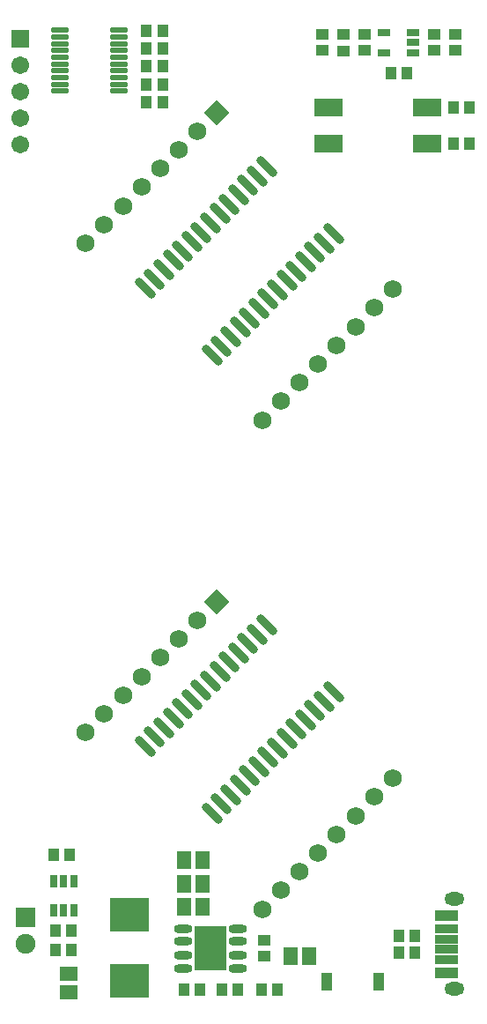
<source format=gbs>
G04*
G04 #@! TF.GenerationSoftware,Altium Limited,Altium Designer,21.6.1 (37)*
G04*
G04 Layer_Color=16711935*
%FSLAX25Y25*%
%MOIN*%
G70*
G04*
G04 #@! TF.SameCoordinates,C0504D16-1B66-4A67-A265-E874579EAF83*
G04*
G04*
G04 #@! TF.FilePolarity,Negative*
G04*
G01*
G75*
%ADD12C,0.06706*%
%ADD13R,0.06706X0.06706*%
%ADD14C,0.06800*%
%ADD15P,0.09617X4X90.0*%
%ADD16R,0.07493X0.07493*%
%ADD17C,0.07493*%
%ADD18O,0.07493X0.05131*%
%ADD50R,0.10642X0.06706*%
%ADD51R,0.04461X0.04658*%
%ADD52R,0.05367X0.06587*%
%ADD53R,0.04658X0.04461*%
%ADD54R,0.04343X0.07099*%
%ADD55O,0.06706X0.02178*%
%ADD56R,0.05131X0.03162*%
%ADD57R,0.06587X0.05367*%
%ADD58R,0.03162X0.05131*%
%ADD59R,0.14580X0.12611*%
%ADD60O,0.07099X0.03162*%
%ADD61R,0.12217X0.16548*%
%ADD62R,0.08674X0.03950*%
%ADD63R,0.08674X0.03792*%
%ADD64R,0.08674X0.03556*%
G04:AMPARAMS|DCode=65|XSize=31.62mil|YSize=98.55mil|CornerRadius=0mil|HoleSize=0mil|Usage=FLASHONLY|Rotation=45.000|XOffset=0mil|YOffset=0mil|HoleType=Round|Shape=Round|*
%AMOVALD65*
21,1,0.06693,0.03162,0.00000,0.00000,135.0*
1,1,0.03162,0.02366,-0.02366*
1,1,0.03162,-0.02366,0.02366*
%
%ADD65OVALD65*%

D12*
X-82800Y138600D02*
D03*
Y148600D02*
D03*
Y158600D02*
D03*
Y168600D02*
D03*
D13*
Y178600D02*
D03*
D14*
X58155Y-101178D02*
D03*
X51084Y-108249D02*
D03*
X44013Y-115320D02*
D03*
X36942Y-122391D02*
D03*
X29871Y-129462D02*
D03*
X22800Y-136533D02*
D03*
X15729Y-143604D02*
D03*
X8658Y-150675D02*
D03*
X-58155Y-83862D02*
D03*
X-51084Y-76791D02*
D03*
X-44013Y-69720D02*
D03*
X-36942Y-62649D02*
D03*
X-29871Y-55577D02*
D03*
X-22800Y-48507D02*
D03*
X-15729Y-41435D02*
D03*
X58155Y83862D02*
D03*
X51084Y76791D02*
D03*
X44013Y69720D02*
D03*
X36942Y62649D02*
D03*
X29871Y55577D02*
D03*
X22800Y48507D02*
D03*
X15729Y41435D02*
D03*
X8658Y34364D02*
D03*
X-58155Y101178D02*
D03*
X-51084Y108249D02*
D03*
X-44013Y115320D02*
D03*
X-36942Y122391D02*
D03*
X-29871Y129462D02*
D03*
X-22800Y136533D02*
D03*
X-15729Y143604D02*
D03*
D15*
X-8658Y-34364D02*
D03*
Y150675D02*
D03*
D16*
X-80746Y-153748D02*
D03*
D17*
Y-163748D02*
D03*
D18*
X81447Y-146923D02*
D03*
Y-180939D02*
D03*
D50*
X71224Y138879D02*
D03*
X33822D02*
D03*
X71224Y152658D02*
D03*
X33822D02*
D03*
D51*
X81169Y152658D02*
D03*
X87231D02*
D03*
X81169Y138879D02*
D03*
X87231D02*
D03*
X8369Y-181200D02*
D03*
X14432D02*
D03*
X-35078Y154475D02*
D03*
X-29015D02*
D03*
X-35078Y174894D02*
D03*
X-29015D02*
D03*
X-35078Y161282D02*
D03*
X-29015D02*
D03*
X-35078Y168088D02*
D03*
X-29015D02*
D03*
X-35078Y181700D02*
D03*
X-29015D02*
D03*
X57360Y165542D02*
D03*
X63423D02*
D03*
X-69480Y-158748D02*
D03*
X-63417D02*
D03*
X-69480Y-166045D02*
D03*
X-63417D02*
D03*
X-70189Y-130200D02*
D03*
X-64126D02*
D03*
X-14965Y-181024D02*
D03*
X-21028D02*
D03*
X-6528D02*
D03*
X-465D02*
D03*
X60469Y-167135D02*
D03*
X66531D02*
D03*
X60469Y-160800D02*
D03*
X66531D02*
D03*
D52*
X26304Y-168478D02*
D03*
X19296D02*
D03*
X-13996Y-132200D02*
D03*
X-21004D02*
D03*
X-13996Y-140984D02*
D03*
X-21004D02*
D03*
X-13996Y-149767D02*
D03*
X-21004D02*
D03*
D53*
X9533Y-162415D02*
D03*
Y-168478D02*
D03*
X39541Y174044D02*
D03*
Y180107D02*
D03*
X31300Y180120D02*
D03*
Y174057D02*
D03*
X81891Y180120D02*
D03*
Y174057D02*
D03*
X47469Y180120D02*
D03*
Y174057D02*
D03*
X73907Y180120D02*
D03*
Y174057D02*
D03*
D54*
X52908Y-178088D02*
D03*
X33223D02*
D03*
D55*
X-67902Y158794D02*
D03*
Y161353D02*
D03*
Y163912D02*
D03*
Y166471D02*
D03*
Y169030D02*
D03*
Y171589D02*
D03*
Y174148D02*
D03*
Y176707D02*
D03*
Y179266D02*
D03*
Y181825D02*
D03*
X-45461Y158794D02*
D03*
Y161353D02*
D03*
Y163912D02*
D03*
Y166471D02*
D03*
Y169030D02*
D03*
Y171589D02*
D03*
Y174148D02*
D03*
Y176707D02*
D03*
Y179266D02*
D03*
Y181825D02*
D03*
D56*
X54880Y180829D02*
D03*
Y173348D02*
D03*
X65903D02*
D03*
Y177089D02*
D03*
Y180829D02*
D03*
D57*
X-64700Y-182204D02*
D03*
Y-175196D02*
D03*
D58*
X-70189Y-151057D02*
D03*
X-66448Y-151057D02*
D03*
X-62708D02*
D03*
Y-140033D02*
D03*
X-66448D02*
D03*
X-70189D02*
D03*
D59*
X-41497Y-177721D02*
D03*
Y-152721D02*
D03*
D60*
X-21135Y-172947D02*
D03*
Y-167947D02*
D03*
Y-162946D02*
D03*
Y-157947D02*
D03*
X-663Y-172947D02*
D03*
Y-167947D02*
D03*
Y-162946D02*
D03*
Y-157947D02*
D03*
D61*
X-10899Y-165446D02*
D03*
D62*
X78298Y-153104D02*
D03*
Y-174758D02*
D03*
D63*
Y-157947D02*
D03*
Y-169915D02*
D03*
D64*
Y-161962D02*
D03*
Y-165899D02*
D03*
D65*
X-35648Y-89054D02*
D03*
X-32112Y-85519D02*
D03*
X-28577Y-81983D02*
D03*
X-25041Y-78448D02*
D03*
X-21506Y-74912D02*
D03*
X-17970Y-71377D02*
D03*
X-14435Y-67841D02*
D03*
X-10899Y-64306D02*
D03*
X-7363Y-60770D02*
D03*
X-3828Y-57235D02*
D03*
X-292Y-53699D02*
D03*
X3243Y-50164D02*
D03*
X6779Y-46628D02*
D03*
X10314Y-43093D02*
D03*
X-10314Y-114388D02*
D03*
X-6779Y-110852D02*
D03*
X-3243Y-107317D02*
D03*
X292Y-103781D02*
D03*
X3828Y-100246D02*
D03*
X7363Y-96710D02*
D03*
X10899Y-93175D02*
D03*
X14434Y-89639D02*
D03*
X17970Y-86103D02*
D03*
X21506Y-82568D02*
D03*
X25041Y-79032D02*
D03*
X28577Y-75497D02*
D03*
X32112Y-71961D02*
D03*
X35648Y-68426D02*
D03*
X-35648Y84174D02*
D03*
X-32112Y87709D02*
D03*
X-28577Y91245D02*
D03*
X-25041Y94780D02*
D03*
X-21506Y98316D02*
D03*
X-17970Y101852D02*
D03*
X-14435Y105387D02*
D03*
X-10899Y108923D02*
D03*
X-7363Y112458D02*
D03*
X-3828Y115994D02*
D03*
X-292Y119529D02*
D03*
X3243Y123065D02*
D03*
X6779Y126600D02*
D03*
X10314Y130136D02*
D03*
X-10314Y58841D02*
D03*
X-6779Y62376D02*
D03*
X-3243Y65912D02*
D03*
X292Y69447D02*
D03*
X3828Y72983D02*
D03*
X7363Y76518D02*
D03*
X10899Y80054D02*
D03*
X14434Y83589D02*
D03*
X17970Y87125D02*
D03*
X21506Y90660D02*
D03*
X25041Y94196D02*
D03*
X28577Y97731D02*
D03*
X32112Y101267D02*
D03*
X35648Y104803D02*
D03*
M02*

</source>
